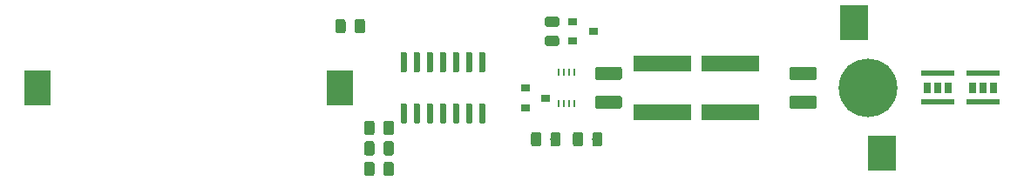
<source format=gbr>
G04 #@! TF.GenerationSoftware,KiCad,Pcbnew,(5.1.2)-2*
G04 #@! TF.CreationDate,2020-04-06T22:20:43-04:00*
G04 #@! TF.ProjectId,led_everled,6c65645f-6576-4657-926c-65642e6b6963,rev?*
G04 #@! TF.SameCoordinates,Original*
G04 #@! TF.FileFunction,Paste,Top*
G04 #@! TF.FilePolarity,Positive*
%FSLAX46Y46*%
G04 Gerber Fmt 4.6, Leading zero omitted, Abs format (unit mm)*
G04 Created by KiCad (PCBNEW (5.1.2)-2) date 2020-04-06 22:20:43*
%MOMM*%
%LPD*%
G04 APERTURE LIST*
%ADD10R,2.700000X3.500000*%
%ADD11C,5.700000*%
%ADD12C,0.100000*%
%ADD13C,1.250000*%
%ADD14R,3.300000X0.500000*%
%ADD15R,0.750000X1.010000*%
%ADD16R,5.700000X1.600000*%
%ADD17R,0.900000X0.800000*%
%ADD18C,0.975000*%
%ADD19R,2.540000X3.510000*%
%ADD20R,0.250000X0.750000*%
%ADD21C,0.600000*%
G04 APERTURE END LIST*
D10*
X134950000Y-80650000D03*
X137650000Y-93350000D03*
D11*
X136300000Y-87000000D03*
D12*
G36*
X131099504Y-87776204D02*
G01*
X131123773Y-87779804D01*
X131147571Y-87785765D01*
X131170671Y-87794030D01*
X131192849Y-87804520D01*
X131213893Y-87817133D01*
X131233598Y-87831747D01*
X131251777Y-87848223D01*
X131268253Y-87866402D01*
X131282867Y-87886107D01*
X131295480Y-87907151D01*
X131305970Y-87929329D01*
X131314235Y-87952429D01*
X131320196Y-87976227D01*
X131323796Y-88000496D01*
X131325000Y-88025000D01*
X131325000Y-88775000D01*
X131323796Y-88799504D01*
X131320196Y-88823773D01*
X131314235Y-88847571D01*
X131305970Y-88870671D01*
X131295480Y-88892849D01*
X131282867Y-88913893D01*
X131268253Y-88933598D01*
X131251777Y-88951777D01*
X131233598Y-88968253D01*
X131213893Y-88982867D01*
X131192849Y-88995480D01*
X131170671Y-89005970D01*
X131147571Y-89014235D01*
X131123773Y-89020196D01*
X131099504Y-89023796D01*
X131075000Y-89025000D01*
X128925000Y-89025000D01*
X128900496Y-89023796D01*
X128876227Y-89020196D01*
X128852429Y-89014235D01*
X128829329Y-89005970D01*
X128807151Y-88995480D01*
X128786107Y-88982867D01*
X128766402Y-88968253D01*
X128748223Y-88951777D01*
X128731747Y-88933598D01*
X128717133Y-88913893D01*
X128704520Y-88892849D01*
X128694030Y-88870671D01*
X128685765Y-88847571D01*
X128679804Y-88823773D01*
X128676204Y-88799504D01*
X128675000Y-88775000D01*
X128675000Y-88025000D01*
X128676204Y-88000496D01*
X128679804Y-87976227D01*
X128685765Y-87952429D01*
X128694030Y-87929329D01*
X128704520Y-87907151D01*
X128717133Y-87886107D01*
X128731747Y-87866402D01*
X128748223Y-87848223D01*
X128766402Y-87831747D01*
X128786107Y-87817133D01*
X128807151Y-87804520D01*
X128829329Y-87794030D01*
X128852429Y-87785765D01*
X128876227Y-87779804D01*
X128900496Y-87776204D01*
X128925000Y-87775000D01*
X131075000Y-87775000D01*
X131099504Y-87776204D01*
X131099504Y-87776204D01*
G37*
D13*
X130000000Y-88400000D03*
D12*
G36*
X131099504Y-84976204D02*
G01*
X131123773Y-84979804D01*
X131147571Y-84985765D01*
X131170671Y-84994030D01*
X131192849Y-85004520D01*
X131213893Y-85017133D01*
X131233598Y-85031747D01*
X131251777Y-85048223D01*
X131268253Y-85066402D01*
X131282867Y-85086107D01*
X131295480Y-85107151D01*
X131305970Y-85129329D01*
X131314235Y-85152429D01*
X131320196Y-85176227D01*
X131323796Y-85200496D01*
X131325000Y-85225000D01*
X131325000Y-85975000D01*
X131323796Y-85999504D01*
X131320196Y-86023773D01*
X131314235Y-86047571D01*
X131305970Y-86070671D01*
X131295480Y-86092849D01*
X131282867Y-86113893D01*
X131268253Y-86133598D01*
X131251777Y-86151777D01*
X131233598Y-86168253D01*
X131213893Y-86182867D01*
X131192849Y-86195480D01*
X131170671Y-86205970D01*
X131147571Y-86214235D01*
X131123773Y-86220196D01*
X131099504Y-86223796D01*
X131075000Y-86225000D01*
X128925000Y-86225000D01*
X128900496Y-86223796D01*
X128876227Y-86220196D01*
X128852429Y-86214235D01*
X128829329Y-86205970D01*
X128807151Y-86195480D01*
X128786107Y-86182867D01*
X128766402Y-86168253D01*
X128748223Y-86151777D01*
X128731747Y-86133598D01*
X128717133Y-86113893D01*
X128704520Y-86092849D01*
X128694030Y-86070671D01*
X128685765Y-86047571D01*
X128679804Y-86023773D01*
X128676204Y-85999504D01*
X128675000Y-85975000D01*
X128675000Y-85225000D01*
X128676204Y-85200496D01*
X128679804Y-85176227D01*
X128685765Y-85152429D01*
X128694030Y-85129329D01*
X128704520Y-85107151D01*
X128717133Y-85086107D01*
X128731747Y-85066402D01*
X128748223Y-85048223D01*
X128766402Y-85031747D01*
X128786107Y-85017133D01*
X128807151Y-85004520D01*
X128829329Y-84994030D01*
X128852429Y-84985765D01*
X128876227Y-84979804D01*
X128900496Y-84976204D01*
X128925000Y-84975000D01*
X131075000Y-84975000D01*
X131099504Y-84976204D01*
X131099504Y-84976204D01*
G37*
D13*
X130000000Y-85600000D03*
D14*
X143100000Y-85600000D03*
X143100000Y-88400000D03*
D15*
X143100000Y-87000000D03*
X144100000Y-87000000D03*
X142100000Y-87000000D03*
X146500000Y-87000000D03*
X148500000Y-87000000D03*
X147500000Y-87000000D03*
D14*
X147500000Y-88400000D03*
X147500000Y-85600000D03*
D16*
X122900000Y-89350000D03*
X122900000Y-84650000D03*
D12*
G36*
X112199504Y-87776204D02*
G01*
X112223773Y-87779804D01*
X112247571Y-87785765D01*
X112270671Y-87794030D01*
X112292849Y-87804520D01*
X112313893Y-87817133D01*
X112333598Y-87831747D01*
X112351777Y-87848223D01*
X112368253Y-87866402D01*
X112382867Y-87886107D01*
X112395480Y-87907151D01*
X112405970Y-87929329D01*
X112414235Y-87952429D01*
X112420196Y-87976227D01*
X112423796Y-88000496D01*
X112425000Y-88025000D01*
X112425000Y-88775000D01*
X112423796Y-88799504D01*
X112420196Y-88823773D01*
X112414235Y-88847571D01*
X112405970Y-88870671D01*
X112395480Y-88892849D01*
X112382867Y-88913893D01*
X112368253Y-88933598D01*
X112351777Y-88951777D01*
X112333598Y-88968253D01*
X112313893Y-88982867D01*
X112292849Y-88995480D01*
X112270671Y-89005970D01*
X112247571Y-89014235D01*
X112223773Y-89020196D01*
X112199504Y-89023796D01*
X112175000Y-89025000D01*
X110025000Y-89025000D01*
X110000496Y-89023796D01*
X109976227Y-89020196D01*
X109952429Y-89014235D01*
X109929329Y-89005970D01*
X109907151Y-88995480D01*
X109886107Y-88982867D01*
X109866402Y-88968253D01*
X109848223Y-88951777D01*
X109831747Y-88933598D01*
X109817133Y-88913893D01*
X109804520Y-88892849D01*
X109794030Y-88870671D01*
X109785765Y-88847571D01*
X109779804Y-88823773D01*
X109776204Y-88799504D01*
X109775000Y-88775000D01*
X109775000Y-88025000D01*
X109776204Y-88000496D01*
X109779804Y-87976227D01*
X109785765Y-87952429D01*
X109794030Y-87929329D01*
X109804520Y-87907151D01*
X109817133Y-87886107D01*
X109831747Y-87866402D01*
X109848223Y-87848223D01*
X109866402Y-87831747D01*
X109886107Y-87817133D01*
X109907151Y-87804520D01*
X109929329Y-87794030D01*
X109952429Y-87785765D01*
X109976227Y-87779804D01*
X110000496Y-87776204D01*
X110025000Y-87775000D01*
X112175000Y-87775000D01*
X112199504Y-87776204D01*
X112199504Y-87776204D01*
G37*
D13*
X111100000Y-88400000D03*
D12*
G36*
X112199504Y-84976204D02*
G01*
X112223773Y-84979804D01*
X112247571Y-84985765D01*
X112270671Y-84994030D01*
X112292849Y-85004520D01*
X112313893Y-85017133D01*
X112333598Y-85031747D01*
X112351777Y-85048223D01*
X112368253Y-85066402D01*
X112382867Y-85086107D01*
X112395480Y-85107151D01*
X112405970Y-85129329D01*
X112414235Y-85152429D01*
X112420196Y-85176227D01*
X112423796Y-85200496D01*
X112425000Y-85225000D01*
X112425000Y-85975000D01*
X112423796Y-85999504D01*
X112420196Y-86023773D01*
X112414235Y-86047571D01*
X112405970Y-86070671D01*
X112395480Y-86092849D01*
X112382867Y-86113893D01*
X112368253Y-86133598D01*
X112351777Y-86151777D01*
X112333598Y-86168253D01*
X112313893Y-86182867D01*
X112292849Y-86195480D01*
X112270671Y-86205970D01*
X112247571Y-86214235D01*
X112223773Y-86220196D01*
X112199504Y-86223796D01*
X112175000Y-86225000D01*
X110025000Y-86225000D01*
X110000496Y-86223796D01*
X109976227Y-86220196D01*
X109952429Y-86214235D01*
X109929329Y-86205970D01*
X109907151Y-86195480D01*
X109886107Y-86182867D01*
X109866402Y-86168253D01*
X109848223Y-86151777D01*
X109831747Y-86133598D01*
X109817133Y-86113893D01*
X109804520Y-86092849D01*
X109794030Y-86070671D01*
X109785765Y-86047571D01*
X109779804Y-86023773D01*
X109776204Y-85999504D01*
X109775000Y-85975000D01*
X109775000Y-85225000D01*
X109776204Y-85200496D01*
X109779804Y-85176227D01*
X109785765Y-85152429D01*
X109794030Y-85129329D01*
X109804520Y-85107151D01*
X109817133Y-85086107D01*
X109831747Y-85066402D01*
X109848223Y-85048223D01*
X109866402Y-85031747D01*
X109886107Y-85017133D01*
X109907151Y-85004520D01*
X109929329Y-84994030D01*
X109952429Y-84985765D01*
X109976227Y-84979804D01*
X110000496Y-84976204D01*
X110025000Y-84975000D01*
X112175000Y-84975000D01*
X112199504Y-84976204D01*
X112199504Y-84976204D01*
G37*
D13*
X111100000Y-85600000D03*
D16*
X116300000Y-84650000D03*
X116300000Y-89350000D03*
D17*
X107600000Y-80550000D03*
X107600000Y-82450000D03*
X109600000Y-81500000D03*
D12*
G36*
X106080142Y-80076174D02*
G01*
X106103803Y-80079684D01*
X106127007Y-80085496D01*
X106149529Y-80093554D01*
X106171153Y-80103782D01*
X106191670Y-80116079D01*
X106210883Y-80130329D01*
X106228607Y-80146393D01*
X106244671Y-80164117D01*
X106258921Y-80183330D01*
X106271218Y-80203847D01*
X106281446Y-80225471D01*
X106289504Y-80247993D01*
X106295316Y-80271197D01*
X106298826Y-80294858D01*
X106300000Y-80318750D01*
X106300000Y-80806250D01*
X106298826Y-80830142D01*
X106295316Y-80853803D01*
X106289504Y-80877007D01*
X106281446Y-80899529D01*
X106271218Y-80921153D01*
X106258921Y-80941670D01*
X106244671Y-80960883D01*
X106228607Y-80978607D01*
X106210883Y-80994671D01*
X106191670Y-81008921D01*
X106171153Y-81021218D01*
X106149529Y-81031446D01*
X106127007Y-81039504D01*
X106103803Y-81045316D01*
X106080142Y-81048826D01*
X106056250Y-81050000D01*
X105143750Y-81050000D01*
X105119858Y-81048826D01*
X105096197Y-81045316D01*
X105072993Y-81039504D01*
X105050471Y-81031446D01*
X105028847Y-81021218D01*
X105008330Y-81008921D01*
X104989117Y-80994671D01*
X104971393Y-80978607D01*
X104955329Y-80960883D01*
X104941079Y-80941670D01*
X104928782Y-80921153D01*
X104918554Y-80899529D01*
X104910496Y-80877007D01*
X104904684Y-80853803D01*
X104901174Y-80830142D01*
X104900000Y-80806250D01*
X104900000Y-80318750D01*
X104901174Y-80294858D01*
X104904684Y-80271197D01*
X104910496Y-80247993D01*
X104918554Y-80225471D01*
X104928782Y-80203847D01*
X104941079Y-80183330D01*
X104955329Y-80164117D01*
X104971393Y-80146393D01*
X104989117Y-80130329D01*
X105008330Y-80116079D01*
X105028847Y-80103782D01*
X105050471Y-80093554D01*
X105072993Y-80085496D01*
X105096197Y-80079684D01*
X105119858Y-80076174D01*
X105143750Y-80075000D01*
X106056250Y-80075000D01*
X106080142Y-80076174D01*
X106080142Y-80076174D01*
G37*
D18*
X105600000Y-80562500D03*
D12*
G36*
X106080142Y-81951174D02*
G01*
X106103803Y-81954684D01*
X106127007Y-81960496D01*
X106149529Y-81968554D01*
X106171153Y-81978782D01*
X106191670Y-81991079D01*
X106210883Y-82005329D01*
X106228607Y-82021393D01*
X106244671Y-82039117D01*
X106258921Y-82058330D01*
X106271218Y-82078847D01*
X106281446Y-82100471D01*
X106289504Y-82122993D01*
X106295316Y-82146197D01*
X106298826Y-82169858D01*
X106300000Y-82193750D01*
X106300000Y-82681250D01*
X106298826Y-82705142D01*
X106295316Y-82728803D01*
X106289504Y-82752007D01*
X106281446Y-82774529D01*
X106271218Y-82796153D01*
X106258921Y-82816670D01*
X106244671Y-82835883D01*
X106228607Y-82853607D01*
X106210883Y-82869671D01*
X106191670Y-82883921D01*
X106171153Y-82896218D01*
X106149529Y-82906446D01*
X106127007Y-82914504D01*
X106103803Y-82920316D01*
X106080142Y-82923826D01*
X106056250Y-82925000D01*
X105143750Y-82925000D01*
X105119858Y-82923826D01*
X105096197Y-82920316D01*
X105072993Y-82914504D01*
X105050471Y-82906446D01*
X105028847Y-82896218D01*
X105008330Y-82883921D01*
X104989117Y-82869671D01*
X104971393Y-82853607D01*
X104955329Y-82835883D01*
X104941079Y-82816670D01*
X104928782Y-82796153D01*
X104918554Y-82774529D01*
X104910496Y-82752007D01*
X104904684Y-82728803D01*
X104901174Y-82705142D01*
X104900000Y-82681250D01*
X104900000Y-82193750D01*
X104901174Y-82169858D01*
X104904684Y-82146197D01*
X104910496Y-82122993D01*
X104918554Y-82100471D01*
X104928782Y-82078847D01*
X104941079Y-82058330D01*
X104955329Y-82039117D01*
X104971393Y-82021393D01*
X104989117Y-82005329D01*
X105008330Y-81991079D01*
X105028847Y-81978782D01*
X105050471Y-81968554D01*
X105072993Y-81960496D01*
X105096197Y-81954684D01*
X105119858Y-81951174D01*
X105143750Y-81950000D01*
X106056250Y-81950000D01*
X106080142Y-81951174D01*
X106080142Y-81951174D01*
G37*
D18*
X105600000Y-82437500D03*
D19*
X84980000Y-87000000D03*
X55620000Y-87000000D03*
D12*
G36*
X106205142Y-91301174D02*
G01*
X106228803Y-91304684D01*
X106252007Y-91310496D01*
X106274529Y-91318554D01*
X106296153Y-91328782D01*
X106316670Y-91341079D01*
X106335883Y-91355329D01*
X106353607Y-91371393D01*
X106369671Y-91389117D01*
X106383921Y-91408330D01*
X106396218Y-91428847D01*
X106406446Y-91450471D01*
X106414504Y-91472993D01*
X106420316Y-91496197D01*
X106423826Y-91519858D01*
X106425000Y-91543750D01*
X106425000Y-92456250D01*
X106423826Y-92480142D01*
X106420316Y-92503803D01*
X106414504Y-92527007D01*
X106406446Y-92549529D01*
X106396218Y-92571153D01*
X106383921Y-92591670D01*
X106369671Y-92610883D01*
X106353607Y-92628607D01*
X106335883Y-92644671D01*
X106316670Y-92658921D01*
X106296153Y-92671218D01*
X106274529Y-92681446D01*
X106252007Y-92689504D01*
X106228803Y-92695316D01*
X106205142Y-92698826D01*
X106181250Y-92700000D01*
X105693750Y-92700000D01*
X105669858Y-92698826D01*
X105646197Y-92695316D01*
X105622993Y-92689504D01*
X105600471Y-92681446D01*
X105578847Y-92671218D01*
X105558330Y-92658921D01*
X105539117Y-92644671D01*
X105521393Y-92628607D01*
X105505329Y-92610883D01*
X105491079Y-92591670D01*
X105478782Y-92571153D01*
X105468554Y-92549529D01*
X105460496Y-92527007D01*
X105454684Y-92503803D01*
X105451174Y-92480142D01*
X105450000Y-92456250D01*
X105450000Y-91543750D01*
X105451174Y-91519858D01*
X105454684Y-91496197D01*
X105460496Y-91472993D01*
X105468554Y-91450471D01*
X105478782Y-91428847D01*
X105491079Y-91408330D01*
X105505329Y-91389117D01*
X105521393Y-91371393D01*
X105539117Y-91355329D01*
X105558330Y-91341079D01*
X105578847Y-91328782D01*
X105600471Y-91318554D01*
X105622993Y-91310496D01*
X105646197Y-91304684D01*
X105669858Y-91301174D01*
X105693750Y-91300000D01*
X106181250Y-91300000D01*
X106205142Y-91301174D01*
X106205142Y-91301174D01*
G37*
D18*
X105937500Y-92000000D03*
D12*
G36*
X104330142Y-91301174D02*
G01*
X104353803Y-91304684D01*
X104377007Y-91310496D01*
X104399529Y-91318554D01*
X104421153Y-91328782D01*
X104441670Y-91341079D01*
X104460883Y-91355329D01*
X104478607Y-91371393D01*
X104494671Y-91389117D01*
X104508921Y-91408330D01*
X104521218Y-91428847D01*
X104531446Y-91450471D01*
X104539504Y-91472993D01*
X104545316Y-91496197D01*
X104548826Y-91519858D01*
X104550000Y-91543750D01*
X104550000Y-92456250D01*
X104548826Y-92480142D01*
X104545316Y-92503803D01*
X104539504Y-92527007D01*
X104531446Y-92549529D01*
X104521218Y-92571153D01*
X104508921Y-92591670D01*
X104494671Y-92610883D01*
X104478607Y-92628607D01*
X104460883Y-92644671D01*
X104441670Y-92658921D01*
X104421153Y-92671218D01*
X104399529Y-92681446D01*
X104377007Y-92689504D01*
X104353803Y-92695316D01*
X104330142Y-92698826D01*
X104306250Y-92700000D01*
X103818750Y-92700000D01*
X103794858Y-92698826D01*
X103771197Y-92695316D01*
X103747993Y-92689504D01*
X103725471Y-92681446D01*
X103703847Y-92671218D01*
X103683330Y-92658921D01*
X103664117Y-92644671D01*
X103646393Y-92628607D01*
X103630329Y-92610883D01*
X103616079Y-92591670D01*
X103603782Y-92571153D01*
X103593554Y-92549529D01*
X103585496Y-92527007D01*
X103579684Y-92503803D01*
X103576174Y-92480142D01*
X103575000Y-92456250D01*
X103575000Y-91543750D01*
X103576174Y-91519858D01*
X103579684Y-91496197D01*
X103585496Y-91472993D01*
X103593554Y-91450471D01*
X103603782Y-91428847D01*
X103616079Y-91408330D01*
X103630329Y-91389117D01*
X103646393Y-91371393D01*
X103664117Y-91355329D01*
X103683330Y-91341079D01*
X103703847Y-91328782D01*
X103725471Y-91318554D01*
X103747993Y-91310496D01*
X103771197Y-91304684D01*
X103794858Y-91301174D01*
X103818750Y-91300000D01*
X104306250Y-91300000D01*
X104330142Y-91301174D01*
X104330142Y-91301174D01*
G37*
D18*
X104062500Y-92000000D03*
D17*
X103000000Y-87050000D03*
X103000000Y-88950000D03*
X105000000Y-88000000D03*
D12*
G36*
X108392642Y-91301174D02*
G01*
X108416303Y-91304684D01*
X108439507Y-91310496D01*
X108462029Y-91318554D01*
X108483653Y-91328782D01*
X108504170Y-91341079D01*
X108523383Y-91355329D01*
X108541107Y-91371393D01*
X108557171Y-91389117D01*
X108571421Y-91408330D01*
X108583718Y-91428847D01*
X108593946Y-91450471D01*
X108602004Y-91472993D01*
X108607816Y-91496197D01*
X108611326Y-91519858D01*
X108612500Y-91543750D01*
X108612500Y-92456250D01*
X108611326Y-92480142D01*
X108607816Y-92503803D01*
X108602004Y-92527007D01*
X108593946Y-92549529D01*
X108583718Y-92571153D01*
X108571421Y-92591670D01*
X108557171Y-92610883D01*
X108541107Y-92628607D01*
X108523383Y-92644671D01*
X108504170Y-92658921D01*
X108483653Y-92671218D01*
X108462029Y-92681446D01*
X108439507Y-92689504D01*
X108416303Y-92695316D01*
X108392642Y-92698826D01*
X108368750Y-92700000D01*
X107881250Y-92700000D01*
X107857358Y-92698826D01*
X107833697Y-92695316D01*
X107810493Y-92689504D01*
X107787971Y-92681446D01*
X107766347Y-92671218D01*
X107745830Y-92658921D01*
X107726617Y-92644671D01*
X107708893Y-92628607D01*
X107692829Y-92610883D01*
X107678579Y-92591670D01*
X107666282Y-92571153D01*
X107656054Y-92549529D01*
X107647996Y-92527007D01*
X107642184Y-92503803D01*
X107638674Y-92480142D01*
X107637500Y-92456250D01*
X107637500Y-91543750D01*
X107638674Y-91519858D01*
X107642184Y-91496197D01*
X107647996Y-91472993D01*
X107656054Y-91450471D01*
X107666282Y-91428847D01*
X107678579Y-91408330D01*
X107692829Y-91389117D01*
X107708893Y-91371393D01*
X107726617Y-91355329D01*
X107745830Y-91341079D01*
X107766347Y-91328782D01*
X107787971Y-91318554D01*
X107810493Y-91310496D01*
X107833697Y-91304684D01*
X107857358Y-91301174D01*
X107881250Y-91300000D01*
X108368750Y-91300000D01*
X108392642Y-91301174D01*
X108392642Y-91301174D01*
G37*
D18*
X108125000Y-92000000D03*
D12*
G36*
X110267642Y-91301174D02*
G01*
X110291303Y-91304684D01*
X110314507Y-91310496D01*
X110337029Y-91318554D01*
X110358653Y-91328782D01*
X110379170Y-91341079D01*
X110398383Y-91355329D01*
X110416107Y-91371393D01*
X110432171Y-91389117D01*
X110446421Y-91408330D01*
X110458718Y-91428847D01*
X110468946Y-91450471D01*
X110477004Y-91472993D01*
X110482816Y-91496197D01*
X110486326Y-91519858D01*
X110487500Y-91543750D01*
X110487500Y-92456250D01*
X110486326Y-92480142D01*
X110482816Y-92503803D01*
X110477004Y-92527007D01*
X110468946Y-92549529D01*
X110458718Y-92571153D01*
X110446421Y-92591670D01*
X110432171Y-92610883D01*
X110416107Y-92628607D01*
X110398383Y-92644671D01*
X110379170Y-92658921D01*
X110358653Y-92671218D01*
X110337029Y-92681446D01*
X110314507Y-92689504D01*
X110291303Y-92695316D01*
X110267642Y-92698826D01*
X110243750Y-92700000D01*
X109756250Y-92700000D01*
X109732358Y-92698826D01*
X109708697Y-92695316D01*
X109685493Y-92689504D01*
X109662971Y-92681446D01*
X109641347Y-92671218D01*
X109620830Y-92658921D01*
X109601617Y-92644671D01*
X109583893Y-92628607D01*
X109567829Y-92610883D01*
X109553579Y-92591670D01*
X109541282Y-92571153D01*
X109531054Y-92549529D01*
X109522996Y-92527007D01*
X109517184Y-92503803D01*
X109513674Y-92480142D01*
X109512500Y-92456250D01*
X109512500Y-91543750D01*
X109513674Y-91519858D01*
X109517184Y-91496197D01*
X109522996Y-91472993D01*
X109531054Y-91450471D01*
X109541282Y-91428847D01*
X109553579Y-91408330D01*
X109567829Y-91389117D01*
X109583893Y-91371393D01*
X109601617Y-91355329D01*
X109620830Y-91341079D01*
X109641347Y-91328782D01*
X109662971Y-91318554D01*
X109685493Y-91310496D01*
X109708697Y-91304684D01*
X109732358Y-91301174D01*
X109756250Y-91300000D01*
X110243750Y-91300000D01*
X110267642Y-91301174D01*
X110267642Y-91301174D01*
G37*
D18*
X110000000Y-92000000D03*
D12*
G36*
X90005142Y-90201174D02*
G01*
X90028803Y-90204684D01*
X90052007Y-90210496D01*
X90074529Y-90218554D01*
X90096153Y-90228782D01*
X90116670Y-90241079D01*
X90135883Y-90255329D01*
X90153607Y-90271393D01*
X90169671Y-90289117D01*
X90183921Y-90308330D01*
X90196218Y-90328847D01*
X90206446Y-90350471D01*
X90214504Y-90372993D01*
X90220316Y-90396197D01*
X90223826Y-90419858D01*
X90225000Y-90443750D01*
X90225000Y-91356250D01*
X90223826Y-91380142D01*
X90220316Y-91403803D01*
X90214504Y-91427007D01*
X90206446Y-91449529D01*
X90196218Y-91471153D01*
X90183921Y-91491670D01*
X90169671Y-91510883D01*
X90153607Y-91528607D01*
X90135883Y-91544671D01*
X90116670Y-91558921D01*
X90096153Y-91571218D01*
X90074529Y-91581446D01*
X90052007Y-91589504D01*
X90028803Y-91595316D01*
X90005142Y-91598826D01*
X89981250Y-91600000D01*
X89493750Y-91600000D01*
X89469858Y-91598826D01*
X89446197Y-91595316D01*
X89422993Y-91589504D01*
X89400471Y-91581446D01*
X89378847Y-91571218D01*
X89358330Y-91558921D01*
X89339117Y-91544671D01*
X89321393Y-91528607D01*
X89305329Y-91510883D01*
X89291079Y-91491670D01*
X89278782Y-91471153D01*
X89268554Y-91449529D01*
X89260496Y-91427007D01*
X89254684Y-91403803D01*
X89251174Y-91380142D01*
X89250000Y-91356250D01*
X89250000Y-90443750D01*
X89251174Y-90419858D01*
X89254684Y-90396197D01*
X89260496Y-90372993D01*
X89268554Y-90350471D01*
X89278782Y-90328847D01*
X89291079Y-90308330D01*
X89305329Y-90289117D01*
X89321393Y-90271393D01*
X89339117Y-90255329D01*
X89358330Y-90241079D01*
X89378847Y-90228782D01*
X89400471Y-90218554D01*
X89422993Y-90210496D01*
X89446197Y-90204684D01*
X89469858Y-90201174D01*
X89493750Y-90200000D01*
X89981250Y-90200000D01*
X90005142Y-90201174D01*
X90005142Y-90201174D01*
G37*
D18*
X89737500Y-90900000D03*
D12*
G36*
X88130142Y-90201174D02*
G01*
X88153803Y-90204684D01*
X88177007Y-90210496D01*
X88199529Y-90218554D01*
X88221153Y-90228782D01*
X88241670Y-90241079D01*
X88260883Y-90255329D01*
X88278607Y-90271393D01*
X88294671Y-90289117D01*
X88308921Y-90308330D01*
X88321218Y-90328847D01*
X88331446Y-90350471D01*
X88339504Y-90372993D01*
X88345316Y-90396197D01*
X88348826Y-90419858D01*
X88350000Y-90443750D01*
X88350000Y-91356250D01*
X88348826Y-91380142D01*
X88345316Y-91403803D01*
X88339504Y-91427007D01*
X88331446Y-91449529D01*
X88321218Y-91471153D01*
X88308921Y-91491670D01*
X88294671Y-91510883D01*
X88278607Y-91528607D01*
X88260883Y-91544671D01*
X88241670Y-91558921D01*
X88221153Y-91571218D01*
X88199529Y-91581446D01*
X88177007Y-91589504D01*
X88153803Y-91595316D01*
X88130142Y-91598826D01*
X88106250Y-91600000D01*
X87618750Y-91600000D01*
X87594858Y-91598826D01*
X87571197Y-91595316D01*
X87547993Y-91589504D01*
X87525471Y-91581446D01*
X87503847Y-91571218D01*
X87483330Y-91558921D01*
X87464117Y-91544671D01*
X87446393Y-91528607D01*
X87430329Y-91510883D01*
X87416079Y-91491670D01*
X87403782Y-91471153D01*
X87393554Y-91449529D01*
X87385496Y-91427007D01*
X87379684Y-91403803D01*
X87376174Y-91380142D01*
X87375000Y-91356250D01*
X87375000Y-90443750D01*
X87376174Y-90419858D01*
X87379684Y-90396197D01*
X87385496Y-90372993D01*
X87393554Y-90350471D01*
X87403782Y-90328847D01*
X87416079Y-90308330D01*
X87430329Y-90289117D01*
X87446393Y-90271393D01*
X87464117Y-90255329D01*
X87483330Y-90241079D01*
X87503847Y-90228782D01*
X87525471Y-90218554D01*
X87547993Y-90210496D01*
X87571197Y-90204684D01*
X87594858Y-90201174D01*
X87618750Y-90200000D01*
X88106250Y-90200000D01*
X88130142Y-90201174D01*
X88130142Y-90201174D01*
G37*
D18*
X87862500Y-90900000D03*
D20*
X107750000Y-85450000D03*
X107250000Y-85450000D03*
X106750000Y-85450000D03*
X106250000Y-85450000D03*
X106250000Y-88550000D03*
X106750000Y-88550000D03*
X107250000Y-88550000D03*
X107750000Y-88550000D03*
D12*
G36*
X91354703Y-88500722D02*
G01*
X91369264Y-88502882D01*
X91383543Y-88506459D01*
X91397403Y-88511418D01*
X91410710Y-88517712D01*
X91423336Y-88525280D01*
X91435159Y-88534048D01*
X91446066Y-88543934D01*
X91455952Y-88554841D01*
X91464720Y-88566664D01*
X91472288Y-88579290D01*
X91478582Y-88592597D01*
X91483541Y-88606457D01*
X91487118Y-88620736D01*
X91489278Y-88635297D01*
X91490000Y-88650000D01*
X91490000Y-90300000D01*
X91489278Y-90314703D01*
X91487118Y-90329264D01*
X91483541Y-90343543D01*
X91478582Y-90357403D01*
X91472288Y-90370710D01*
X91464720Y-90383336D01*
X91455952Y-90395159D01*
X91446066Y-90406066D01*
X91435159Y-90415952D01*
X91423336Y-90424720D01*
X91410710Y-90432288D01*
X91397403Y-90438582D01*
X91383543Y-90443541D01*
X91369264Y-90447118D01*
X91354703Y-90449278D01*
X91340000Y-90450000D01*
X91040000Y-90450000D01*
X91025297Y-90449278D01*
X91010736Y-90447118D01*
X90996457Y-90443541D01*
X90982597Y-90438582D01*
X90969290Y-90432288D01*
X90956664Y-90424720D01*
X90944841Y-90415952D01*
X90933934Y-90406066D01*
X90924048Y-90395159D01*
X90915280Y-90383336D01*
X90907712Y-90370710D01*
X90901418Y-90357403D01*
X90896459Y-90343543D01*
X90892882Y-90329264D01*
X90890722Y-90314703D01*
X90890000Y-90300000D01*
X90890000Y-88650000D01*
X90890722Y-88635297D01*
X90892882Y-88620736D01*
X90896459Y-88606457D01*
X90901418Y-88592597D01*
X90907712Y-88579290D01*
X90915280Y-88566664D01*
X90924048Y-88554841D01*
X90933934Y-88543934D01*
X90944841Y-88534048D01*
X90956664Y-88525280D01*
X90969290Y-88517712D01*
X90982597Y-88511418D01*
X90996457Y-88506459D01*
X91010736Y-88502882D01*
X91025297Y-88500722D01*
X91040000Y-88500000D01*
X91340000Y-88500000D01*
X91354703Y-88500722D01*
X91354703Y-88500722D01*
G37*
D21*
X91190000Y-89475000D03*
D12*
G36*
X92624703Y-88500722D02*
G01*
X92639264Y-88502882D01*
X92653543Y-88506459D01*
X92667403Y-88511418D01*
X92680710Y-88517712D01*
X92693336Y-88525280D01*
X92705159Y-88534048D01*
X92716066Y-88543934D01*
X92725952Y-88554841D01*
X92734720Y-88566664D01*
X92742288Y-88579290D01*
X92748582Y-88592597D01*
X92753541Y-88606457D01*
X92757118Y-88620736D01*
X92759278Y-88635297D01*
X92760000Y-88650000D01*
X92760000Y-90300000D01*
X92759278Y-90314703D01*
X92757118Y-90329264D01*
X92753541Y-90343543D01*
X92748582Y-90357403D01*
X92742288Y-90370710D01*
X92734720Y-90383336D01*
X92725952Y-90395159D01*
X92716066Y-90406066D01*
X92705159Y-90415952D01*
X92693336Y-90424720D01*
X92680710Y-90432288D01*
X92667403Y-90438582D01*
X92653543Y-90443541D01*
X92639264Y-90447118D01*
X92624703Y-90449278D01*
X92610000Y-90450000D01*
X92310000Y-90450000D01*
X92295297Y-90449278D01*
X92280736Y-90447118D01*
X92266457Y-90443541D01*
X92252597Y-90438582D01*
X92239290Y-90432288D01*
X92226664Y-90424720D01*
X92214841Y-90415952D01*
X92203934Y-90406066D01*
X92194048Y-90395159D01*
X92185280Y-90383336D01*
X92177712Y-90370710D01*
X92171418Y-90357403D01*
X92166459Y-90343543D01*
X92162882Y-90329264D01*
X92160722Y-90314703D01*
X92160000Y-90300000D01*
X92160000Y-88650000D01*
X92160722Y-88635297D01*
X92162882Y-88620736D01*
X92166459Y-88606457D01*
X92171418Y-88592597D01*
X92177712Y-88579290D01*
X92185280Y-88566664D01*
X92194048Y-88554841D01*
X92203934Y-88543934D01*
X92214841Y-88534048D01*
X92226664Y-88525280D01*
X92239290Y-88517712D01*
X92252597Y-88511418D01*
X92266457Y-88506459D01*
X92280736Y-88502882D01*
X92295297Y-88500722D01*
X92310000Y-88500000D01*
X92610000Y-88500000D01*
X92624703Y-88500722D01*
X92624703Y-88500722D01*
G37*
D21*
X92460000Y-89475000D03*
D12*
G36*
X93894703Y-88500722D02*
G01*
X93909264Y-88502882D01*
X93923543Y-88506459D01*
X93937403Y-88511418D01*
X93950710Y-88517712D01*
X93963336Y-88525280D01*
X93975159Y-88534048D01*
X93986066Y-88543934D01*
X93995952Y-88554841D01*
X94004720Y-88566664D01*
X94012288Y-88579290D01*
X94018582Y-88592597D01*
X94023541Y-88606457D01*
X94027118Y-88620736D01*
X94029278Y-88635297D01*
X94030000Y-88650000D01*
X94030000Y-90300000D01*
X94029278Y-90314703D01*
X94027118Y-90329264D01*
X94023541Y-90343543D01*
X94018582Y-90357403D01*
X94012288Y-90370710D01*
X94004720Y-90383336D01*
X93995952Y-90395159D01*
X93986066Y-90406066D01*
X93975159Y-90415952D01*
X93963336Y-90424720D01*
X93950710Y-90432288D01*
X93937403Y-90438582D01*
X93923543Y-90443541D01*
X93909264Y-90447118D01*
X93894703Y-90449278D01*
X93880000Y-90450000D01*
X93580000Y-90450000D01*
X93565297Y-90449278D01*
X93550736Y-90447118D01*
X93536457Y-90443541D01*
X93522597Y-90438582D01*
X93509290Y-90432288D01*
X93496664Y-90424720D01*
X93484841Y-90415952D01*
X93473934Y-90406066D01*
X93464048Y-90395159D01*
X93455280Y-90383336D01*
X93447712Y-90370710D01*
X93441418Y-90357403D01*
X93436459Y-90343543D01*
X93432882Y-90329264D01*
X93430722Y-90314703D01*
X93430000Y-90300000D01*
X93430000Y-88650000D01*
X93430722Y-88635297D01*
X93432882Y-88620736D01*
X93436459Y-88606457D01*
X93441418Y-88592597D01*
X93447712Y-88579290D01*
X93455280Y-88566664D01*
X93464048Y-88554841D01*
X93473934Y-88543934D01*
X93484841Y-88534048D01*
X93496664Y-88525280D01*
X93509290Y-88517712D01*
X93522597Y-88511418D01*
X93536457Y-88506459D01*
X93550736Y-88502882D01*
X93565297Y-88500722D01*
X93580000Y-88500000D01*
X93880000Y-88500000D01*
X93894703Y-88500722D01*
X93894703Y-88500722D01*
G37*
D21*
X93730000Y-89475000D03*
D12*
G36*
X95164703Y-88500722D02*
G01*
X95179264Y-88502882D01*
X95193543Y-88506459D01*
X95207403Y-88511418D01*
X95220710Y-88517712D01*
X95233336Y-88525280D01*
X95245159Y-88534048D01*
X95256066Y-88543934D01*
X95265952Y-88554841D01*
X95274720Y-88566664D01*
X95282288Y-88579290D01*
X95288582Y-88592597D01*
X95293541Y-88606457D01*
X95297118Y-88620736D01*
X95299278Y-88635297D01*
X95300000Y-88650000D01*
X95300000Y-90300000D01*
X95299278Y-90314703D01*
X95297118Y-90329264D01*
X95293541Y-90343543D01*
X95288582Y-90357403D01*
X95282288Y-90370710D01*
X95274720Y-90383336D01*
X95265952Y-90395159D01*
X95256066Y-90406066D01*
X95245159Y-90415952D01*
X95233336Y-90424720D01*
X95220710Y-90432288D01*
X95207403Y-90438582D01*
X95193543Y-90443541D01*
X95179264Y-90447118D01*
X95164703Y-90449278D01*
X95150000Y-90450000D01*
X94850000Y-90450000D01*
X94835297Y-90449278D01*
X94820736Y-90447118D01*
X94806457Y-90443541D01*
X94792597Y-90438582D01*
X94779290Y-90432288D01*
X94766664Y-90424720D01*
X94754841Y-90415952D01*
X94743934Y-90406066D01*
X94734048Y-90395159D01*
X94725280Y-90383336D01*
X94717712Y-90370710D01*
X94711418Y-90357403D01*
X94706459Y-90343543D01*
X94702882Y-90329264D01*
X94700722Y-90314703D01*
X94700000Y-90300000D01*
X94700000Y-88650000D01*
X94700722Y-88635297D01*
X94702882Y-88620736D01*
X94706459Y-88606457D01*
X94711418Y-88592597D01*
X94717712Y-88579290D01*
X94725280Y-88566664D01*
X94734048Y-88554841D01*
X94743934Y-88543934D01*
X94754841Y-88534048D01*
X94766664Y-88525280D01*
X94779290Y-88517712D01*
X94792597Y-88511418D01*
X94806457Y-88506459D01*
X94820736Y-88502882D01*
X94835297Y-88500722D01*
X94850000Y-88500000D01*
X95150000Y-88500000D01*
X95164703Y-88500722D01*
X95164703Y-88500722D01*
G37*
D21*
X95000000Y-89475000D03*
D12*
G36*
X96434703Y-88500722D02*
G01*
X96449264Y-88502882D01*
X96463543Y-88506459D01*
X96477403Y-88511418D01*
X96490710Y-88517712D01*
X96503336Y-88525280D01*
X96515159Y-88534048D01*
X96526066Y-88543934D01*
X96535952Y-88554841D01*
X96544720Y-88566664D01*
X96552288Y-88579290D01*
X96558582Y-88592597D01*
X96563541Y-88606457D01*
X96567118Y-88620736D01*
X96569278Y-88635297D01*
X96570000Y-88650000D01*
X96570000Y-90300000D01*
X96569278Y-90314703D01*
X96567118Y-90329264D01*
X96563541Y-90343543D01*
X96558582Y-90357403D01*
X96552288Y-90370710D01*
X96544720Y-90383336D01*
X96535952Y-90395159D01*
X96526066Y-90406066D01*
X96515159Y-90415952D01*
X96503336Y-90424720D01*
X96490710Y-90432288D01*
X96477403Y-90438582D01*
X96463543Y-90443541D01*
X96449264Y-90447118D01*
X96434703Y-90449278D01*
X96420000Y-90450000D01*
X96120000Y-90450000D01*
X96105297Y-90449278D01*
X96090736Y-90447118D01*
X96076457Y-90443541D01*
X96062597Y-90438582D01*
X96049290Y-90432288D01*
X96036664Y-90424720D01*
X96024841Y-90415952D01*
X96013934Y-90406066D01*
X96004048Y-90395159D01*
X95995280Y-90383336D01*
X95987712Y-90370710D01*
X95981418Y-90357403D01*
X95976459Y-90343543D01*
X95972882Y-90329264D01*
X95970722Y-90314703D01*
X95970000Y-90300000D01*
X95970000Y-88650000D01*
X95970722Y-88635297D01*
X95972882Y-88620736D01*
X95976459Y-88606457D01*
X95981418Y-88592597D01*
X95987712Y-88579290D01*
X95995280Y-88566664D01*
X96004048Y-88554841D01*
X96013934Y-88543934D01*
X96024841Y-88534048D01*
X96036664Y-88525280D01*
X96049290Y-88517712D01*
X96062597Y-88511418D01*
X96076457Y-88506459D01*
X96090736Y-88502882D01*
X96105297Y-88500722D01*
X96120000Y-88500000D01*
X96420000Y-88500000D01*
X96434703Y-88500722D01*
X96434703Y-88500722D01*
G37*
D21*
X96270000Y-89475000D03*
D12*
G36*
X97704703Y-88500722D02*
G01*
X97719264Y-88502882D01*
X97733543Y-88506459D01*
X97747403Y-88511418D01*
X97760710Y-88517712D01*
X97773336Y-88525280D01*
X97785159Y-88534048D01*
X97796066Y-88543934D01*
X97805952Y-88554841D01*
X97814720Y-88566664D01*
X97822288Y-88579290D01*
X97828582Y-88592597D01*
X97833541Y-88606457D01*
X97837118Y-88620736D01*
X97839278Y-88635297D01*
X97840000Y-88650000D01*
X97840000Y-90300000D01*
X97839278Y-90314703D01*
X97837118Y-90329264D01*
X97833541Y-90343543D01*
X97828582Y-90357403D01*
X97822288Y-90370710D01*
X97814720Y-90383336D01*
X97805952Y-90395159D01*
X97796066Y-90406066D01*
X97785159Y-90415952D01*
X97773336Y-90424720D01*
X97760710Y-90432288D01*
X97747403Y-90438582D01*
X97733543Y-90443541D01*
X97719264Y-90447118D01*
X97704703Y-90449278D01*
X97690000Y-90450000D01*
X97390000Y-90450000D01*
X97375297Y-90449278D01*
X97360736Y-90447118D01*
X97346457Y-90443541D01*
X97332597Y-90438582D01*
X97319290Y-90432288D01*
X97306664Y-90424720D01*
X97294841Y-90415952D01*
X97283934Y-90406066D01*
X97274048Y-90395159D01*
X97265280Y-90383336D01*
X97257712Y-90370710D01*
X97251418Y-90357403D01*
X97246459Y-90343543D01*
X97242882Y-90329264D01*
X97240722Y-90314703D01*
X97240000Y-90300000D01*
X97240000Y-88650000D01*
X97240722Y-88635297D01*
X97242882Y-88620736D01*
X97246459Y-88606457D01*
X97251418Y-88592597D01*
X97257712Y-88579290D01*
X97265280Y-88566664D01*
X97274048Y-88554841D01*
X97283934Y-88543934D01*
X97294841Y-88534048D01*
X97306664Y-88525280D01*
X97319290Y-88517712D01*
X97332597Y-88511418D01*
X97346457Y-88506459D01*
X97360736Y-88502882D01*
X97375297Y-88500722D01*
X97390000Y-88500000D01*
X97690000Y-88500000D01*
X97704703Y-88500722D01*
X97704703Y-88500722D01*
G37*
D21*
X97540000Y-89475000D03*
D12*
G36*
X98974703Y-88500722D02*
G01*
X98989264Y-88502882D01*
X99003543Y-88506459D01*
X99017403Y-88511418D01*
X99030710Y-88517712D01*
X99043336Y-88525280D01*
X99055159Y-88534048D01*
X99066066Y-88543934D01*
X99075952Y-88554841D01*
X99084720Y-88566664D01*
X99092288Y-88579290D01*
X99098582Y-88592597D01*
X99103541Y-88606457D01*
X99107118Y-88620736D01*
X99109278Y-88635297D01*
X99110000Y-88650000D01*
X99110000Y-90300000D01*
X99109278Y-90314703D01*
X99107118Y-90329264D01*
X99103541Y-90343543D01*
X99098582Y-90357403D01*
X99092288Y-90370710D01*
X99084720Y-90383336D01*
X99075952Y-90395159D01*
X99066066Y-90406066D01*
X99055159Y-90415952D01*
X99043336Y-90424720D01*
X99030710Y-90432288D01*
X99017403Y-90438582D01*
X99003543Y-90443541D01*
X98989264Y-90447118D01*
X98974703Y-90449278D01*
X98960000Y-90450000D01*
X98660000Y-90450000D01*
X98645297Y-90449278D01*
X98630736Y-90447118D01*
X98616457Y-90443541D01*
X98602597Y-90438582D01*
X98589290Y-90432288D01*
X98576664Y-90424720D01*
X98564841Y-90415952D01*
X98553934Y-90406066D01*
X98544048Y-90395159D01*
X98535280Y-90383336D01*
X98527712Y-90370710D01*
X98521418Y-90357403D01*
X98516459Y-90343543D01*
X98512882Y-90329264D01*
X98510722Y-90314703D01*
X98510000Y-90300000D01*
X98510000Y-88650000D01*
X98510722Y-88635297D01*
X98512882Y-88620736D01*
X98516459Y-88606457D01*
X98521418Y-88592597D01*
X98527712Y-88579290D01*
X98535280Y-88566664D01*
X98544048Y-88554841D01*
X98553934Y-88543934D01*
X98564841Y-88534048D01*
X98576664Y-88525280D01*
X98589290Y-88517712D01*
X98602597Y-88511418D01*
X98616457Y-88506459D01*
X98630736Y-88502882D01*
X98645297Y-88500722D01*
X98660000Y-88500000D01*
X98960000Y-88500000D01*
X98974703Y-88500722D01*
X98974703Y-88500722D01*
G37*
D21*
X98810000Y-89475000D03*
D12*
G36*
X98974703Y-83550722D02*
G01*
X98989264Y-83552882D01*
X99003543Y-83556459D01*
X99017403Y-83561418D01*
X99030710Y-83567712D01*
X99043336Y-83575280D01*
X99055159Y-83584048D01*
X99066066Y-83593934D01*
X99075952Y-83604841D01*
X99084720Y-83616664D01*
X99092288Y-83629290D01*
X99098582Y-83642597D01*
X99103541Y-83656457D01*
X99107118Y-83670736D01*
X99109278Y-83685297D01*
X99110000Y-83700000D01*
X99110000Y-85350000D01*
X99109278Y-85364703D01*
X99107118Y-85379264D01*
X99103541Y-85393543D01*
X99098582Y-85407403D01*
X99092288Y-85420710D01*
X99084720Y-85433336D01*
X99075952Y-85445159D01*
X99066066Y-85456066D01*
X99055159Y-85465952D01*
X99043336Y-85474720D01*
X99030710Y-85482288D01*
X99017403Y-85488582D01*
X99003543Y-85493541D01*
X98989264Y-85497118D01*
X98974703Y-85499278D01*
X98960000Y-85500000D01*
X98660000Y-85500000D01*
X98645297Y-85499278D01*
X98630736Y-85497118D01*
X98616457Y-85493541D01*
X98602597Y-85488582D01*
X98589290Y-85482288D01*
X98576664Y-85474720D01*
X98564841Y-85465952D01*
X98553934Y-85456066D01*
X98544048Y-85445159D01*
X98535280Y-85433336D01*
X98527712Y-85420710D01*
X98521418Y-85407403D01*
X98516459Y-85393543D01*
X98512882Y-85379264D01*
X98510722Y-85364703D01*
X98510000Y-85350000D01*
X98510000Y-83700000D01*
X98510722Y-83685297D01*
X98512882Y-83670736D01*
X98516459Y-83656457D01*
X98521418Y-83642597D01*
X98527712Y-83629290D01*
X98535280Y-83616664D01*
X98544048Y-83604841D01*
X98553934Y-83593934D01*
X98564841Y-83584048D01*
X98576664Y-83575280D01*
X98589290Y-83567712D01*
X98602597Y-83561418D01*
X98616457Y-83556459D01*
X98630736Y-83552882D01*
X98645297Y-83550722D01*
X98660000Y-83550000D01*
X98960000Y-83550000D01*
X98974703Y-83550722D01*
X98974703Y-83550722D01*
G37*
D21*
X98810000Y-84525000D03*
D12*
G36*
X97704703Y-83550722D02*
G01*
X97719264Y-83552882D01*
X97733543Y-83556459D01*
X97747403Y-83561418D01*
X97760710Y-83567712D01*
X97773336Y-83575280D01*
X97785159Y-83584048D01*
X97796066Y-83593934D01*
X97805952Y-83604841D01*
X97814720Y-83616664D01*
X97822288Y-83629290D01*
X97828582Y-83642597D01*
X97833541Y-83656457D01*
X97837118Y-83670736D01*
X97839278Y-83685297D01*
X97840000Y-83700000D01*
X97840000Y-85350000D01*
X97839278Y-85364703D01*
X97837118Y-85379264D01*
X97833541Y-85393543D01*
X97828582Y-85407403D01*
X97822288Y-85420710D01*
X97814720Y-85433336D01*
X97805952Y-85445159D01*
X97796066Y-85456066D01*
X97785159Y-85465952D01*
X97773336Y-85474720D01*
X97760710Y-85482288D01*
X97747403Y-85488582D01*
X97733543Y-85493541D01*
X97719264Y-85497118D01*
X97704703Y-85499278D01*
X97690000Y-85500000D01*
X97390000Y-85500000D01*
X97375297Y-85499278D01*
X97360736Y-85497118D01*
X97346457Y-85493541D01*
X97332597Y-85488582D01*
X97319290Y-85482288D01*
X97306664Y-85474720D01*
X97294841Y-85465952D01*
X97283934Y-85456066D01*
X97274048Y-85445159D01*
X97265280Y-85433336D01*
X97257712Y-85420710D01*
X97251418Y-85407403D01*
X97246459Y-85393543D01*
X97242882Y-85379264D01*
X97240722Y-85364703D01*
X97240000Y-85350000D01*
X97240000Y-83700000D01*
X97240722Y-83685297D01*
X97242882Y-83670736D01*
X97246459Y-83656457D01*
X97251418Y-83642597D01*
X97257712Y-83629290D01*
X97265280Y-83616664D01*
X97274048Y-83604841D01*
X97283934Y-83593934D01*
X97294841Y-83584048D01*
X97306664Y-83575280D01*
X97319290Y-83567712D01*
X97332597Y-83561418D01*
X97346457Y-83556459D01*
X97360736Y-83552882D01*
X97375297Y-83550722D01*
X97390000Y-83550000D01*
X97690000Y-83550000D01*
X97704703Y-83550722D01*
X97704703Y-83550722D01*
G37*
D21*
X97540000Y-84525000D03*
D12*
G36*
X96434703Y-83550722D02*
G01*
X96449264Y-83552882D01*
X96463543Y-83556459D01*
X96477403Y-83561418D01*
X96490710Y-83567712D01*
X96503336Y-83575280D01*
X96515159Y-83584048D01*
X96526066Y-83593934D01*
X96535952Y-83604841D01*
X96544720Y-83616664D01*
X96552288Y-83629290D01*
X96558582Y-83642597D01*
X96563541Y-83656457D01*
X96567118Y-83670736D01*
X96569278Y-83685297D01*
X96570000Y-83700000D01*
X96570000Y-85350000D01*
X96569278Y-85364703D01*
X96567118Y-85379264D01*
X96563541Y-85393543D01*
X96558582Y-85407403D01*
X96552288Y-85420710D01*
X96544720Y-85433336D01*
X96535952Y-85445159D01*
X96526066Y-85456066D01*
X96515159Y-85465952D01*
X96503336Y-85474720D01*
X96490710Y-85482288D01*
X96477403Y-85488582D01*
X96463543Y-85493541D01*
X96449264Y-85497118D01*
X96434703Y-85499278D01*
X96420000Y-85500000D01*
X96120000Y-85500000D01*
X96105297Y-85499278D01*
X96090736Y-85497118D01*
X96076457Y-85493541D01*
X96062597Y-85488582D01*
X96049290Y-85482288D01*
X96036664Y-85474720D01*
X96024841Y-85465952D01*
X96013934Y-85456066D01*
X96004048Y-85445159D01*
X95995280Y-85433336D01*
X95987712Y-85420710D01*
X95981418Y-85407403D01*
X95976459Y-85393543D01*
X95972882Y-85379264D01*
X95970722Y-85364703D01*
X95970000Y-85350000D01*
X95970000Y-83700000D01*
X95970722Y-83685297D01*
X95972882Y-83670736D01*
X95976459Y-83656457D01*
X95981418Y-83642597D01*
X95987712Y-83629290D01*
X95995280Y-83616664D01*
X96004048Y-83604841D01*
X96013934Y-83593934D01*
X96024841Y-83584048D01*
X96036664Y-83575280D01*
X96049290Y-83567712D01*
X96062597Y-83561418D01*
X96076457Y-83556459D01*
X96090736Y-83552882D01*
X96105297Y-83550722D01*
X96120000Y-83550000D01*
X96420000Y-83550000D01*
X96434703Y-83550722D01*
X96434703Y-83550722D01*
G37*
D21*
X96270000Y-84525000D03*
D12*
G36*
X95164703Y-83550722D02*
G01*
X95179264Y-83552882D01*
X95193543Y-83556459D01*
X95207403Y-83561418D01*
X95220710Y-83567712D01*
X95233336Y-83575280D01*
X95245159Y-83584048D01*
X95256066Y-83593934D01*
X95265952Y-83604841D01*
X95274720Y-83616664D01*
X95282288Y-83629290D01*
X95288582Y-83642597D01*
X95293541Y-83656457D01*
X95297118Y-83670736D01*
X95299278Y-83685297D01*
X95300000Y-83700000D01*
X95300000Y-85350000D01*
X95299278Y-85364703D01*
X95297118Y-85379264D01*
X95293541Y-85393543D01*
X95288582Y-85407403D01*
X95282288Y-85420710D01*
X95274720Y-85433336D01*
X95265952Y-85445159D01*
X95256066Y-85456066D01*
X95245159Y-85465952D01*
X95233336Y-85474720D01*
X95220710Y-85482288D01*
X95207403Y-85488582D01*
X95193543Y-85493541D01*
X95179264Y-85497118D01*
X95164703Y-85499278D01*
X95150000Y-85500000D01*
X94850000Y-85500000D01*
X94835297Y-85499278D01*
X94820736Y-85497118D01*
X94806457Y-85493541D01*
X94792597Y-85488582D01*
X94779290Y-85482288D01*
X94766664Y-85474720D01*
X94754841Y-85465952D01*
X94743934Y-85456066D01*
X94734048Y-85445159D01*
X94725280Y-85433336D01*
X94717712Y-85420710D01*
X94711418Y-85407403D01*
X94706459Y-85393543D01*
X94702882Y-85379264D01*
X94700722Y-85364703D01*
X94700000Y-85350000D01*
X94700000Y-83700000D01*
X94700722Y-83685297D01*
X94702882Y-83670736D01*
X94706459Y-83656457D01*
X94711418Y-83642597D01*
X94717712Y-83629290D01*
X94725280Y-83616664D01*
X94734048Y-83604841D01*
X94743934Y-83593934D01*
X94754841Y-83584048D01*
X94766664Y-83575280D01*
X94779290Y-83567712D01*
X94792597Y-83561418D01*
X94806457Y-83556459D01*
X94820736Y-83552882D01*
X94835297Y-83550722D01*
X94850000Y-83550000D01*
X95150000Y-83550000D01*
X95164703Y-83550722D01*
X95164703Y-83550722D01*
G37*
D21*
X95000000Y-84525000D03*
D12*
G36*
X93894703Y-83550722D02*
G01*
X93909264Y-83552882D01*
X93923543Y-83556459D01*
X93937403Y-83561418D01*
X93950710Y-83567712D01*
X93963336Y-83575280D01*
X93975159Y-83584048D01*
X93986066Y-83593934D01*
X93995952Y-83604841D01*
X94004720Y-83616664D01*
X94012288Y-83629290D01*
X94018582Y-83642597D01*
X94023541Y-83656457D01*
X94027118Y-83670736D01*
X94029278Y-83685297D01*
X94030000Y-83700000D01*
X94030000Y-85350000D01*
X94029278Y-85364703D01*
X94027118Y-85379264D01*
X94023541Y-85393543D01*
X94018582Y-85407403D01*
X94012288Y-85420710D01*
X94004720Y-85433336D01*
X93995952Y-85445159D01*
X93986066Y-85456066D01*
X93975159Y-85465952D01*
X93963336Y-85474720D01*
X93950710Y-85482288D01*
X93937403Y-85488582D01*
X93923543Y-85493541D01*
X93909264Y-85497118D01*
X93894703Y-85499278D01*
X93880000Y-85500000D01*
X93580000Y-85500000D01*
X93565297Y-85499278D01*
X93550736Y-85497118D01*
X93536457Y-85493541D01*
X93522597Y-85488582D01*
X93509290Y-85482288D01*
X93496664Y-85474720D01*
X93484841Y-85465952D01*
X93473934Y-85456066D01*
X93464048Y-85445159D01*
X93455280Y-85433336D01*
X93447712Y-85420710D01*
X93441418Y-85407403D01*
X93436459Y-85393543D01*
X93432882Y-85379264D01*
X93430722Y-85364703D01*
X93430000Y-85350000D01*
X93430000Y-83700000D01*
X93430722Y-83685297D01*
X93432882Y-83670736D01*
X93436459Y-83656457D01*
X93441418Y-83642597D01*
X93447712Y-83629290D01*
X93455280Y-83616664D01*
X93464048Y-83604841D01*
X93473934Y-83593934D01*
X93484841Y-83584048D01*
X93496664Y-83575280D01*
X93509290Y-83567712D01*
X93522597Y-83561418D01*
X93536457Y-83556459D01*
X93550736Y-83552882D01*
X93565297Y-83550722D01*
X93580000Y-83550000D01*
X93880000Y-83550000D01*
X93894703Y-83550722D01*
X93894703Y-83550722D01*
G37*
D21*
X93730000Y-84525000D03*
D12*
G36*
X92624703Y-83550722D02*
G01*
X92639264Y-83552882D01*
X92653543Y-83556459D01*
X92667403Y-83561418D01*
X92680710Y-83567712D01*
X92693336Y-83575280D01*
X92705159Y-83584048D01*
X92716066Y-83593934D01*
X92725952Y-83604841D01*
X92734720Y-83616664D01*
X92742288Y-83629290D01*
X92748582Y-83642597D01*
X92753541Y-83656457D01*
X92757118Y-83670736D01*
X92759278Y-83685297D01*
X92760000Y-83700000D01*
X92760000Y-85350000D01*
X92759278Y-85364703D01*
X92757118Y-85379264D01*
X92753541Y-85393543D01*
X92748582Y-85407403D01*
X92742288Y-85420710D01*
X92734720Y-85433336D01*
X92725952Y-85445159D01*
X92716066Y-85456066D01*
X92705159Y-85465952D01*
X92693336Y-85474720D01*
X92680710Y-85482288D01*
X92667403Y-85488582D01*
X92653543Y-85493541D01*
X92639264Y-85497118D01*
X92624703Y-85499278D01*
X92610000Y-85500000D01*
X92310000Y-85500000D01*
X92295297Y-85499278D01*
X92280736Y-85497118D01*
X92266457Y-85493541D01*
X92252597Y-85488582D01*
X92239290Y-85482288D01*
X92226664Y-85474720D01*
X92214841Y-85465952D01*
X92203934Y-85456066D01*
X92194048Y-85445159D01*
X92185280Y-85433336D01*
X92177712Y-85420710D01*
X92171418Y-85407403D01*
X92166459Y-85393543D01*
X92162882Y-85379264D01*
X92160722Y-85364703D01*
X92160000Y-85350000D01*
X92160000Y-83700000D01*
X92160722Y-83685297D01*
X92162882Y-83670736D01*
X92166459Y-83656457D01*
X92171418Y-83642597D01*
X92177712Y-83629290D01*
X92185280Y-83616664D01*
X92194048Y-83604841D01*
X92203934Y-83593934D01*
X92214841Y-83584048D01*
X92226664Y-83575280D01*
X92239290Y-83567712D01*
X92252597Y-83561418D01*
X92266457Y-83556459D01*
X92280736Y-83552882D01*
X92295297Y-83550722D01*
X92310000Y-83550000D01*
X92610000Y-83550000D01*
X92624703Y-83550722D01*
X92624703Y-83550722D01*
G37*
D21*
X92460000Y-84525000D03*
D12*
G36*
X91354703Y-83550722D02*
G01*
X91369264Y-83552882D01*
X91383543Y-83556459D01*
X91397403Y-83561418D01*
X91410710Y-83567712D01*
X91423336Y-83575280D01*
X91435159Y-83584048D01*
X91446066Y-83593934D01*
X91455952Y-83604841D01*
X91464720Y-83616664D01*
X91472288Y-83629290D01*
X91478582Y-83642597D01*
X91483541Y-83656457D01*
X91487118Y-83670736D01*
X91489278Y-83685297D01*
X91490000Y-83700000D01*
X91490000Y-85350000D01*
X91489278Y-85364703D01*
X91487118Y-85379264D01*
X91483541Y-85393543D01*
X91478582Y-85407403D01*
X91472288Y-85420710D01*
X91464720Y-85433336D01*
X91455952Y-85445159D01*
X91446066Y-85456066D01*
X91435159Y-85465952D01*
X91423336Y-85474720D01*
X91410710Y-85482288D01*
X91397403Y-85488582D01*
X91383543Y-85493541D01*
X91369264Y-85497118D01*
X91354703Y-85499278D01*
X91340000Y-85500000D01*
X91040000Y-85500000D01*
X91025297Y-85499278D01*
X91010736Y-85497118D01*
X90996457Y-85493541D01*
X90982597Y-85488582D01*
X90969290Y-85482288D01*
X90956664Y-85474720D01*
X90944841Y-85465952D01*
X90933934Y-85456066D01*
X90924048Y-85445159D01*
X90915280Y-85433336D01*
X90907712Y-85420710D01*
X90901418Y-85407403D01*
X90896459Y-85393543D01*
X90892882Y-85379264D01*
X90890722Y-85364703D01*
X90890000Y-85350000D01*
X90890000Y-83700000D01*
X90890722Y-83685297D01*
X90892882Y-83670736D01*
X90896459Y-83656457D01*
X90901418Y-83642597D01*
X90907712Y-83629290D01*
X90915280Y-83616664D01*
X90924048Y-83604841D01*
X90933934Y-83593934D01*
X90944841Y-83584048D01*
X90956664Y-83575280D01*
X90969290Y-83567712D01*
X90982597Y-83561418D01*
X90996457Y-83556459D01*
X91010736Y-83552882D01*
X91025297Y-83550722D01*
X91040000Y-83550000D01*
X91340000Y-83550000D01*
X91354703Y-83550722D01*
X91354703Y-83550722D01*
G37*
D21*
X91190000Y-84525000D03*
D12*
G36*
X90005142Y-92201174D02*
G01*
X90028803Y-92204684D01*
X90052007Y-92210496D01*
X90074529Y-92218554D01*
X90096153Y-92228782D01*
X90116670Y-92241079D01*
X90135883Y-92255329D01*
X90153607Y-92271393D01*
X90169671Y-92289117D01*
X90183921Y-92308330D01*
X90196218Y-92328847D01*
X90206446Y-92350471D01*
X90214504Y-92372993D01*
X90220316Y-92396197D01*
X90223826Y-92419858D01*
X90225000Y-92443750D01*
X90225000Y-93356250D01*
X90223826Y-93380142D01*
X90220316Y-93403803D01*
X90214504Y-93427007D01*
X90206446Y-93449529D01*
X90196218Y-93471153D01*
X90183921Y-93491670D01*
X90169671Y-93510883D01*
X90153607Y-93528607D01*
X90135883Y-93544671D01*
X90116670Y-93558921D01*
X90096153Y-93571218D01*
X90074529Y-93581446D01*
X90052007Y-93589504D01*
X90028803Y-93595316D01*
X90005142Y-93598826D01*
X89981250Y-93600000D01*
X89493750Y-93600000D01*
X89469858Y-93598826D01*
X89446197Y-93595316D01*
X89422993Y-93589504D01*
X89400471Y-93581446D01*
X89378847Y-93571218D01*
X89358330Y-93558921D01*
X89339117Y-93544671D01*
X89321393Y-93528607D01*
X89305329Y-93510883D01*
X89291079Y-93491670D01*
X89278782Y-93471153D01*
X89268554Y-93449529D01*
X89260496Y-93427007D01*
X89254684Y-93403803D01*
X89251174Y-93380142D01*
X89250000Y-93356250D01*
X89250000Y-92443750D01*
X89251174Y-92419858D01*
X89254684Y-92396197D01*
X89260496Y-92372993D01*
X89268554Y-92350471D01*
X89278782Y-92328847D01*
X89291079Y-92308330D01*
X89305329Y-92289117D01*
X89321393Y-92271393D01*
X89339117Y-92255329D01*
X89358330Y-92241079D01*
X89378847Y-92228782D01*
X89400471Y-92218554D01*
X89422993Y-92210496D01*
X89446197Y-92204684D01*
X89469858Y-92201174D01*
X89493750Y-92200000D01*
X89981250Y-92200000D01*
X90005142Y-92201174D01*
X90005142Y-92201174D01*
G37*
D18*
X89737500Y-92900000D03*
D12*
G36*
X88130142Y-92201174D02*
G01*
X88153803Y-92204684D01*
X88177007Y-92210496D01*
X88199529Y-92218554D01*
X88221153Y-92228782D01*
X88241670Y-92241079D01*
X88260883Y-92255329D01*
X88278607Y-92271393D01*
X88294671Y-92289117D01*
X88308921Y-92308330D01*
X88321218Y-92328847D01*
X88331446Y-92350471D01*
X88339504Y-92372993D01*
X88345316Y-92396197D01*
X88348826Y-92419858D01*
X88350000Y-92443750D01*
X88350000Y-93356250D01*
X88348826Y-93380142D01*
X88345316Y-93403803D01*
X88339504Y-93427007D01*
X88331446Y-93449529D01*
X88321218Y-93471153D01*
X88308921Y-93491670D01*
X88294671Y-93510883D01*
X88278607Y-93528607D01*
X88260883Y-93544671D01*
X88241670Y-93558921D01*
X88221153Y-93571218D01*
X88199529Y-93581446D01*
X88177007Y-93589504D01*
X88153803Y-93595316D01*
X88130142Y-93598826D01*
X88106250Y-93600000D01*
X87618750Y-93600000D01*
X87594858Y-93598826D01*
X87571197Y-93595316D01*
X87547993Y-93589504D01*
X87525471Y-93581446D01*
X87503847Y-93571218D01*
X87483330Y-93558921D01*
X87464117Y-93544671D01*
X87446393Y-93528607D01*
X87430329Y-93510883D01*
X87416079Y-93491670D01*
X87403782Y-93471153D01*
X87393554Y-93449529D01*
X87385496Y-93427007D01*
X87379684Y-93403803D01*
X87376174Y-93380142D01*
X87375000Y-93356250D01*
X87375000Y-92443750D01*
X87376174Y-92419858D01*
X87379684Y-92396197D01*
X87385496Y-92372993D01*
X87393554Y-92350471D01*
X87403782Y-92328847D01*
X87416079Y-92308330D01*
X87430329Y-92289117D01*
X87446393Y-92271393D01*
X87464117Y-92255329D01*
X87483330Y-92241079D01*
X87503847Y-92228782D01*
X87525471Y-92218554D01*
X87547993Y-92210496D01*
X87571197Y-92204684D01*
X87594858Y-92201174D01*
X87618750Y-92200000D01*
X88106250Y-92200000D01*
X88130142Y-92201174D01*
X88130142Y-92201174D01*
G37*
D18*
X87862500Y-92900000D03*
D12*
G36*
X88130142Y-94201174D02*
G01*
X88153803Y-94204684D01*
X88177007Y-94210496D01*
X88199529Y-94218554D01*
X88221153Y-94228782D01*
X88241670Y-94241079D01*
X88260883Y-94255329D01*
X88278607Y-94271393D01*
X88294671Y-94289117D01*
X88308921Y-94308330D01*
X88321218Y-94328847D01*
X88331446Y-94350471D01*
X88339504Y-94372993D01*
X88345316Y-94396197D01*
X88348826Y-94419858D01*
X88350000Y-94443750D01*
X88350000Y-95356250D01*
X88348826Y-95380142D01*
X88345316Y-95403803D01*
X88339504Y-95427007D01*
X88331446Y-95449529D01*
X88321218Y-95471153D01*
X88308921Y-95491670D01*
X88294671Y-95510883D01*
X88278607Y-95528607D01*
X88260883Y-95544671D01*
X88241670Y-95558921D01*
X88221153Y-95571218D01*
X88199529Y-95581446D01*
X88177007Y-95589504D01*
X88153803Y-95595316D01*
X88130142Y-95598826D01*
X88106250Y-95600000D01*
X87618750Y-95600000D01*
X87594858Y-95598826D01*
X87571197Y-95595316D01*
X87547993Y-95589504D01*
X87525471Y-95581446D01*
X87503847Y-95571218D01*
X87483330Y-95558921D01*
X87464117Y-95544671D01*
X87446393Y-95528607D01*
X87430329Y-95510883D01*
X87416079Y-95491670D01*
X87403782Y-95471153D01*
X87393554Y-95449529D01*
X87385496Y-95427007D01*
X87379684Y-95403803D01*
X87376174Y-95380142D01*
X87375000Y-95356250D01*
X87375000Y-94443750D01*
X87376174Y-94419858D01*
X87379684Y-94396197D01*
X87385496Y-94372993D01*
X87393554Y-94350471D01*
X87403782Y-94328847D01*
X87416079Y-94308330D01*
X87430329Y-94289117D01*
X87446393Y-94271393D01*
X87464117Y-94255329D01*
X87483330Y-94241079D01*
X87503847Y-94228782D01*
X87525471Y-94218554D01*
X87547993Y-94210496D01*
X87571197Y-94204684D01*
X87594858Y-94201174D01*
X87618750Y-94200000D01*
X88106250Y-94200000D01*
X88130142Y-94201174D01*
X88130142Y-94201174D01*
G37*
D18*
X87862500Y-94900000D03*
D12*
G36*
X90005142Y-94201174D02*
G01*
X90028803Y-94204684D01*
X90052007Y-94210496D01*
X90074529Y-94218554D01*
X90096153Y-94228782D01*
X90116670Y-94241079D01*
X90135883Y-94255329D01*
X90153607Y-94271393D01*
X90169671Y-94289117D01*
X90183921Y-94308330D01*
X90196218Y-94328847D01*
X90206446Y-94350471D01*
X90214504Y-94372993D01*
X90220316Y-94396197D01*
X90223826Y-94419858D01*
X90225000Y-94443750D01*
X90225000Y-95356250D01*
X90223826Y-95380142D01*
X90220316Y-95403803D01*
X90214504Y-95427007D01*
X90206446Y-95449529D01*
X90196218Y-95471153D01*
X90183921Y-95491670D01*
X90169671Y-95510883D01*
X90153607Y-95528607D01*
X90135883Y-95544671D01*
X90116670Y-95558921D01*
X90096153Y-95571218D01*
X90074529Y-95581446D01*
X90052007Y-95589504D01*
X90028803Y-95595316D01*
X90005142Y-95598826D01*
X89981250Y-95600000D01*
X89493750Y-95600000D01*
X89469858Y-95598826D01*
X89446197Y-95595316D01*
X89422993Y-95589504D01*
X89400471Y-95581446D01*
X89378847Y-95571218D01*
X89358330Y-95558921D01*
X89339117Y-95544671D01*
X89321393Y-95528607D01*
X89305329Y-95510883D01*
X89291079Y-95491670D01*
X89278782Y-95471153D01*
X89268554Y-95449529D01*
X89260496Y-95427007D01*
X89254684Y-95403803D01*
X89251174Y-95380142D01*
X89250000Y-95356250D01*
X89250000Y-94443750D01*
X89251174Y-94419858D01*
X89254684Y-94396197D01*
X89260496Y-94372993D01*
X89268554Y-94350471D01*
X89278782Y-94328847D01*
X89291079Y-94308330D01*
X89305329Y-94289117D01*
X89321393Y-94271393D01*
X89339117Y-94255329D01*
X89358330Y-94241079D01*
X89378847Y-94228782D01*
X89400471Y-94218554D01*
X89422993Y-94210496D01*
X89446197Y-94204684D01*
X89469858Y-94201174D01*
X89493750Y-94200000D01*
X89981250Y-94200000D01*
X90005142Y-94201174D01*
X90005142Y-94201174D01*
G37*
D18*
X89737500Y-94900000D03*
D12*
G36*
X85330142Y-80301174D02*
G01*
X85353803Y-80304684D01*
X85377007Y-80310496D01*
X85399529Y-80318554D01*
X85421153Y-80328782D01*
X85441670Y-80341079D01*
X85460883Y-80355329D01*
X85478607Y-80371393D01*
X85494671Y-80389117D01*
X85508921Y-80408330D01*
X85521218Y-80428847D01*
X85531446Y-80450471D01*
X85539504Y-80472993D01*
X85545316Y-80496197D01*
X85548826Y-80519858D01*
X85550000Y-80543750D01*
X85550000Y-81456250D01*
X85548826Y-81480142D01*
X85545316Y-81503803D01*
X85539504Y-81527007D01*
X85531446Y-81549529D01*
X85521218Y-81571153D01*
X85508921Y-81591670D01*
X85494671Y-81610883D01*
X85478607Y-81628607D01*
X85460883Y-81644671D01*
X85441670Y-81658921D01*
X85421153Y-81671218D01*
X85399529Y-81681446D01*
X85377007Y-81689504D01*
X85353803Y-81695316D01*
X85330142Y-81698826D01*
X85306250Y-81700000D01*
X84818750Y-81700000D01*
X84794858Y-81698826D01*
X84771197Y-81695316D01*
X84747993Y-81689504D01*
X84725471Y-81681446D01*
X84703847Y-81671218D01*
X84683330Y-81658921D01*
X84664117Y-81644671D01*
X84646393Y-81628607D01*
X84630329Y-81610883D01*
X84616079Y-81591670D01*
X84603782Y-81571153D01*
X84593554Y-81549529D01*
X84585496Y-81527007D01*
X84579684Y-81503803D01*
X84576174Y-81480142D01*
X84575000Y-81456250D01*
X84575000Y-80543750D01*
X84576174Y-80519858D01*
X84579684Y-80496197D01*
X84585496Y-80472993D01*
X84593554Y-80450471D01*
X84603782Y-80428847D01*
X84616079Y-80408330D01*
X84630329Y-80389117D01*
X84646393Y-80371393D01*
X84664117Y-80355329D01*
X84683330Y-80341079D01*
X84703847Y-80328782D01*
X84725471Y-80318554D01*
X84747993Y-80310496D01*
X84771197Y-80304684D01*
X84794858Y-80301174D01*
X84818750Y-80300000D01*
X85306250Y-80300000D01*
X85330142Y-80301174D01*
X85330142Y-80301174D01*
G37*
D18*
X85062500Y-81000000D03*
D12*
G36*
X87205142Y-80301174D02*
G01*
X87228803Y-80304684D01*
X87252007Y-80310496D01*
X87274529Y-80318554D01*
X87296153Y-80328782D01*
X87316670Y-80341079D01*
X87335883Y-80355329D01*
X87353607Y-80371393D01*
X87369671Y-80389117D01*
X87383921Y-80408330D01*
X87396218Y-80428847D01*
X87406446Y-80450471D01*
X87414504Y-80472993D01*
X87420316Y-80496197D01*
X87423826Y-80519858D01*
X87425000Y-80543750D01*
X87425000Y-81456250D01*
X87423826Y-81480142D01*
X87420316Y-81503803D01*
X87414504Y-81527007D01*
X87406446Y-81549529D01*
X87396218Y-81571153D01*
X87383921Y-81591670D01*
X87369671Y-81610883D01*
X87353607Y-81628607D01*
X87335883Y-81644671D01*
X87316670Y-81658921D01*
X87296153Y-81671218D01*
X87274529Y-81681446D01*
X87252007Y-81689504D01*
X87228803Y-81695316D01*
X87205142Y-81698826D01*
X87181250Y-81700000D01*
X86693750Y-81700000D01*
X86669858Y-81698826D01*
X86646197Y-81695316D01*
X86622993Y-81689504D01*
X86600471Y-81681446D01*
X86578847Y-81671218D01*
X86558330Y-81658921D01*
X86539117Y-81644671D01*
X86521393Y-81628607D01*
X86505329Y-81610883D01*
X86491079Y-81591670D01*
X86478782Y-81571153D01*
X86468554Y-81549529D01*
X86460496Y-81527007D01*
X86454684Y-81503803D01*
X86451174Y-81480142D01*
X86450000Y-81456250D01*
X86450000Y-80543750D01*
X86451174Y-80519858D01*
X86454684Y-80496197D01*
X86460496Y-80472993D01*
X86468554Y-80450471D01*
X86478782Y-80428847D01*
X86491079Y-80408330D01*
X86505329Y-80389117D01*
X86521393Y-80371393D01*
X86539117Y-80355329D01*
X86558330Y-80341079D01*
X86578847Y-80328782D01*
X86600471Y-80318554D01*
X86622993Y-80310496D01*
X86646197Y-80304684D01*
X86669858Y-80301174D01*
X86693750Y-80300000D01*
X87181250Y-80300000D01*
X87205142Y-80301174D01*
X87205142Y-80301174D01*
G37*
D18*
X86937500Y-81000000D03*
M02*

</source>
